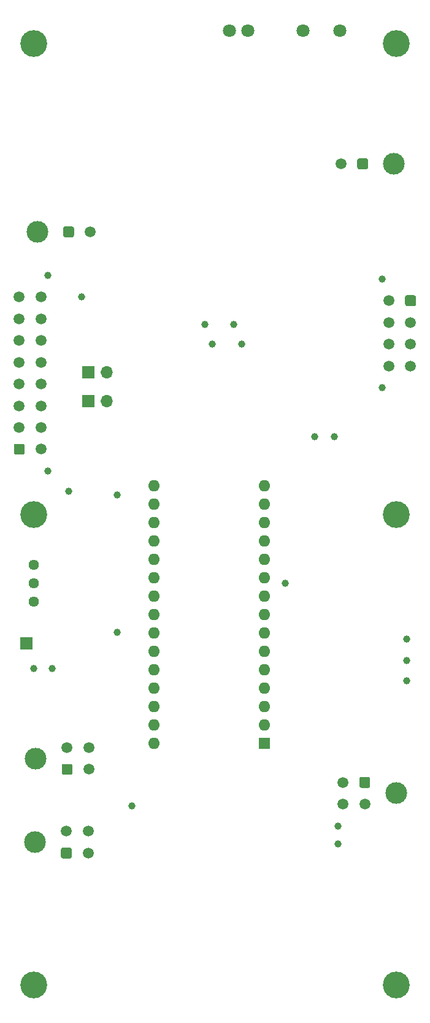
<source format=gbs>
G04 #@! TF.GenerationSoftware,KiCad,Pcbnew,(5.1.10)-1*
G04 #@! TF.CreationDate,2022-01-30T14:23:45-06:00*
G04 #@! TF.ProjectId,22-ELC-1-01-R1,32322d45-4c43-42d3-912d-30312d52312e,rev?*
G04 #@! TF.SameCoordinates,Original*
G04 #@! TF.FileFunction,Soldermask,Bot*
G04 #@! TF.FilePolarity,Negative*
%FSLAX46Y46*%
G04 Gerber Fmt 4.6, Leading zero omitted, Abs format (unit mm)*
G04 Created by KiCad (PCBNEW (5.1.10)-1) date 2022-01-30 14:23:45*
%MOMM*%
%LPD*%
G01*
G04 APERTURE LIST*
%ADD10C,3.000000*%
%ADD11C,1.500000*%
%ADD12C,1.000000*%
%ADD13O,1.600000X1.600000*%
%ADD14R,1.600000X1.600000*%
%ADD15C,3.700000*%
%ADD16R,1.700000X1.700000*%
%ADD17O,1.700000X1.700000*%
%ADD18C,1.440000*%
%ADD19C,1.800000*%
G04 APERTURE END LIST*
D10*
X135000000Y-133500000D03*
G36*
G01*
X130180000Y-131250000D02*
X131180000Y-131250000D01*
G75*
G02*
X131430000Y-131500000I0J-250000D01*
G01*
X131430000Y-132500000D01*
G75*
G02*
X131180000Y-132750000I-250000J0D01*
G01*
X130180000Y-132750000D01*
G75*
G02*
X129930000Y-132500000I0J250000D01*
G01*
X129930000Y-131500000D01*
G75*
G02*
X130180000Y-131250000I250000J0D01*
G01*
G37*
D11*
X130680000Y-135000000D03*
X127680000Y-132000000D03*
X127680000Y-135000000D03*
D12*
X87500000Y-116250000D03*
D13*
X101570000Y-91040000D03*
X116810000Y-91040000D03*
X101570000Y-126600000D03*
X116810000Y-93580000D03*
X101570000Y-124060000D03*
X116810000Y-96120000D03*
X101570000Y-121520000D03*
X116810000Y-98660000D03*
X101570000Y-118980000D03*
X116810000Y-101200000D03*
X101570000Y-116440000D03*
X116810000Y-103740000D03*
X101570000Y-113900000D03*
X116810000Y-106280000D03*
X101570000Y-111360000D03*
X116810000Y-108820000D03*
X101570000Y-108820000D03*
X116810000Y-111360000D03*
X101570000Y-106280000D03*
X116810000Y-113900000D03*
X101570000Y-103740000D03*
X116810000Y-116440000D03*
X101570000Y-101200000D03*
X116810000Y-118980000D03*
X101570000Y-98660000D03*
X116810000Y-121520000D03*
X101570000Y-96120000D03*
X116810000Y-124060000D03*
X101570000Y-93580000D03*
D14*
X116810000Y-126600000D03*
D11*
X127400000Y-46600000D03*
G36*
G01*
X129900000Y-45850000D02*
X130900000Y-45850000D01*
G75*
G02*
X131150000Y-46100000I0J-250000D01*
G01*
X131150000Y-47100000D01*
G75*
G02*
X130900000Y-47350000I-250000J0D01*
G01*
X129900000Y-47350000D01*
G75*
G02*
X129650000Y-47100000I0J250000D01*
G01*
X129650000Y-46100000D01*
G75*
G02*
X129900000Y-45850000I250000J0D01*
G01*
G37*
D10*
X134720000Y-46600000D03*
D15*
X85000000Y-30000000D03*
X135000000Y-30000000D03*
X85000000Y-95000000D03*
X135000000Y-95000000D03*
X85000000Y-160000000D03*
X135000000Y-160000000D03*
D12*
X86940000Y-89000000D03*
X86940000Y-62000000D03*
G36*
G01*
X83500000Y-86750000D02*
X82500000Y-86750000D01*
G75*
G02*
X82250000Y-86500000I0J250000D01*
G01*
X82250000Y-85500000D01*
G75*
G02*
X82500000Y-85250000I250000J0D01*
G01*
X83500000Y-85250000D01*
G75*
G02*
X83750000Y-85500000I0J-250000D01*
G01*
X83750000Y-86500000D01*
G75*
G02*
X83500000Y-86750000I-250000J0D01*
G01*
G37*
D11*
X83000000Y-83000000D03*
X83000000Y-80000000D03*
X83000000Y-77000000D03*
X83000000Y-74000000D03*
X83000000Y-71000000D03*
X83000000Y-68000000D03*
X83000000Y-65000000D03*
X86000000Y-86000000D03*
X86000000Y-83000000D03*
X86000000Y-80000000D03*
X86000000Y-77000000D03*
X86000000Y-74000000D03*
X86000000Y-71000000D03*
X86000000Y-68000000D03*
X86000000Y-65000000D03*
D12*
X133060000Y-62500000D03*
X133060000Y-77500000D03*
G36*
G01*
X136500000Y-64750000D02*
X137500000Y-64750000D01*
G75*
G02*
X137750000Y-65000000I0J-250000D01*
G01*
X137750000Y-66000000D01*
G75*
G02*
X137500000Y-66250000I-250000J0D01*
G01*
X136500000Y-66250000D01*
G75*
G02*
X136250000Y-66000000I0J250000D01*
G01*
X136250000Y-65000000D01*
G75*
G02*
X136500000Y-64750000I250000J0D01*
G01*
G37*
D11*
X137000000Y-68500000D03*
X137000000Y-71500000D03*
X137000000Y-74500000D03*
X134000000Y-65500000D03*
X134000000Y-68500000D03*
X134000000Y-71500000D03*
X134000000Y-74500000D03*
D10*
X85280000Y-128700000D03*
G36*
G01*
X90100000Y-130950000D02*
X89100000Y-130950000D01*
G75*
G02*
X88850000Y-130700000I0J250000D01*
G01*
X88850000Y-129700000D01*
G75*
G02*
X89100000Y-129450000I250000J0D01*
G01*
X90100000Y-129450000D01*
G75*
G02*
X90350000Y-129700000I0J-250000D01*
G01*
X90350000Y-130700000D01*
G75*
G02*
X90100000Y-130950000I-250000J0D01*
G01*
G37*
D11*
X89600000Y-127200000D03*
X92600000Y-130200000D03*
X92600000Y-127200000D03*
D16*
X84000000Y-112800000D03*
D10*
X85480000Y-56000000D03*
G36*
G01*
X90300000Y-56750000D02*
X89300000Y-56750000D01*
G75*
G02*
X89050000Y-56500000I0J250000D01*
G01*
X89050000Y-55500000D01*
G75*
G02*
X89300000Y-55250000I250000J0D01*
G01*
X90300000Y-55250000D01*
G75*
G02*
X90550000Y-55500000I0J-250000D01*
G01*
X90550000Y-56500000D01*
G75*
G02*
X90300000Y-56750000I-250000J0D01*
G01*
G37*
D11*
X92800000Y-56000000D03*
X92500000Y-138750000D03*
X92500000Y-141750000D03*
X89500000Y-138750000D03*
G36*
G01*
X90000000Y-142500000D02*
X89000000Y-142500000D01*
G75*
G02*
X88750000Y-142250000I0J250000D01*
G01*
X88750000Y-141250000D01*
G75*
G02*
X89000000Y-141000000I250000J0D01*
G01*
X90000000Y-141000000D01*
G75*
G02*
X90250000Y-141250000I0J-250000D01*
G01*
X90250000Y-142250000D01*
G75*
G02*
X90000000Y-142500000I-250000J0D01*
G01*
G37*
D10*
X85180000Y-140250000D03*
D16*
X92500000Y-79400000D03*
D17*
X95040000Y-79400000D03*
X95040000Y-75400000D03*
D16*
X92500000Y-75400000D03*
D18*
X85000000Y-102000000D03*
X85000000Y-104540000D03*
X85000000Y-107080000D03*
D12*
X126500000Y-84250000D03*
X123750000Y-84250000D03*
X119700000Y-104500000D03*
X136500000Y-118000000D03*
X136500000Y-115200000D03*
X96500000Y-111250000D03*
X85000000Y-116250000D03*
X109600000Y-71500000D03*
X113700000Y-71500000D03*
X108600000Y-68800000D03*
X112600000Y-68800000D03*
X89800000Y-91800000D03*
X96500000Y-92300000D03*
X91600000Y-65000000D03*
X127000000Y-138000000D03*
X127000000Y-140500000D03*
X98500000Y-135250000D03*
X136500000Y-112250000D03*
D19*
X112000000Y-28200000D03*
X114540000Y-28200000D03*
X122160000Y-28200000D03*
X127240000Y-28200000D03*
M02*

</source>
